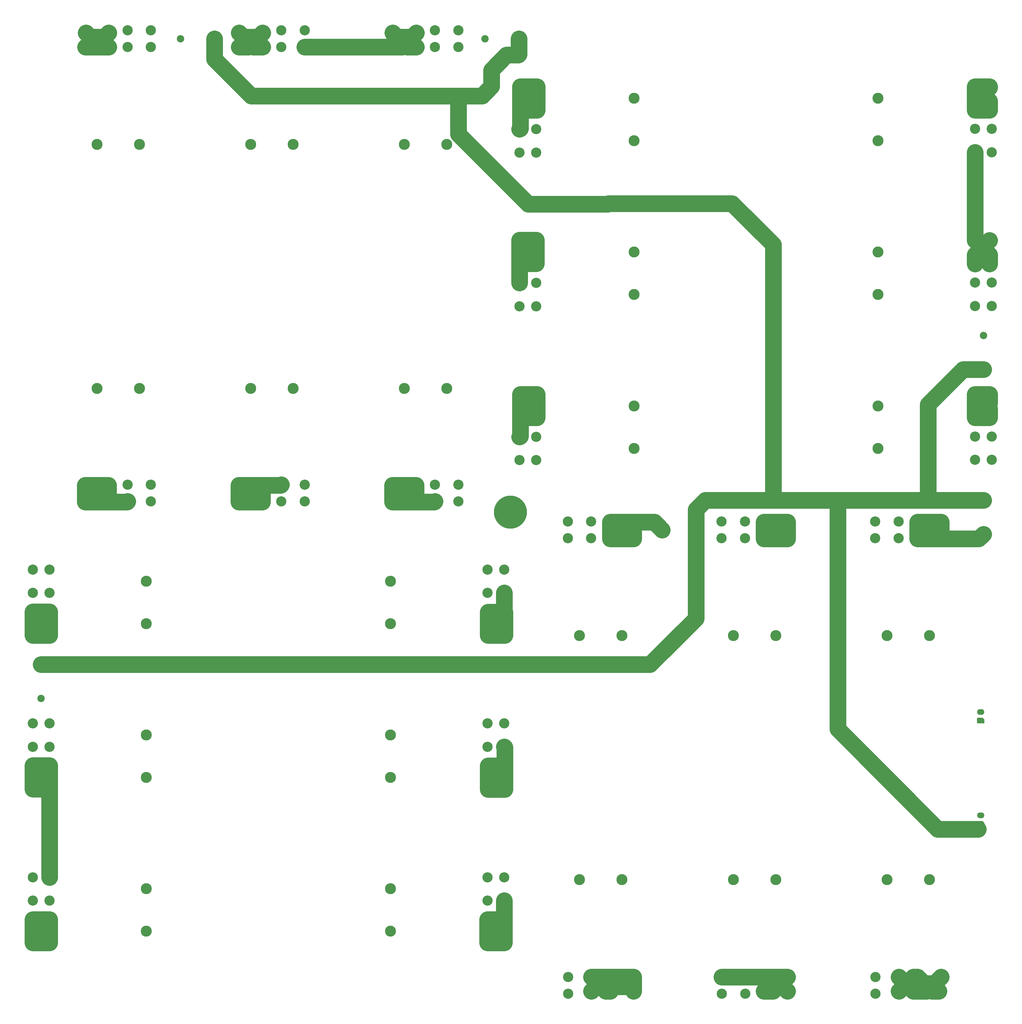
<source format=gbr>
G04 #@! TF.GenerationSoftware,KiCad,Pcbnew,5.1.4-e60b266~84~ubuntu18.04.1*
G04 #@! TF.CreationDate,2019-11-17T22:51:33-05:00*
G04 #@! TF.ProjectId,data_pod_battery_board,64617461-5f70-46f6-945f-626174746572,1*
G04 #@! TF.SameCoordinates,Original*
G04 #@! TF.FileFunction,Copper,L2,Bot*
G04 #@! TF.FilePolarity,Positive*
%FSLAX46Y46*%
G04 Gerber Fmt 4.6, Leading zero omitted, Abs format (unit mm)*
G04 Created by KiCad (PCBNEW 5.1.4-e60b266~84~ubuntu18.04.1) date 2019-11-17 22:51:33*
%MOMM*%
%LPD*%
G04 APERTURE LIST*
%ADD10C,3.048000*%
%ADD11R,6.000000X3.048000*%
%ADD12R,3.048000X6.000000*%
%ADD13O,2.200000X2.200000*%
%ADD14R,2.200000X2.200000*%
%ADD15C,1.417157*%
%ADD16C,0.100000*%
%ADD17O,2.200000X1.700000*%
%ADD18C,3.302000*%
%ADD19C,9.906000*%
%ADD20C,5.000000*%
%ADD21C,2.000000*%
G04 APERTURE END LIST*
D10*
X324880652Y-207697848D03*
X317880652Y-207697848D03*
X317880652Y-202697848D03*
X324880652Y-202697848D03*
D11*
X396258152Y-168137848D03*
D10*
X393758152Y-164637848D03*
X393758152Y-171637848D03*
X398758152Y-171637848D03*
X398758152Y-164637848D03*
X317960652Y-338877848D03*
X324960652Y-338877848D03*
X324960652Y-343877848D03*
X317960652Y-343877848D03*
X262648152Y-164637848D03*
X262648152Y-171637848D03*
X257648152Y-171637848D03*
X257648152Y-164637848D03*
D11*
X260148152Y-168137848D03*
D12*
X334080652Y-341377848D03*
D10*
X337580652Y-338877848D03*
X330580652Y-338877848D03*
X330580652Y-343877848D03*
X337580652Y-343877848D03*
X262468152Y-177337848D03*
X262468152Y-184337848D03*
X257468152Y-184337848D03*
X257468152Y-177337848D03*
D12*
X334080652Y-205377848D03*
D10*
X337580652Y-202877848D03*
X330580652Y-202877848D03*
X330580652Y-207877848D03*
X337580652Y-207877848D03*
X393758152Y-184257848D03*
X393758152Y-177257848D03*
X398758152Y-177257848D03*
X398758152Y-184257848D03*
X370885652Y-207697848D03*
X363885652Y-207697848D03*
X363885652Y-202697848D03*
X370885652Y-202697848D03*
X278875652Y-207697848D03*
X271875652Y-207697848D03*
X271875652Y-202697848D03*
X278875652Y-202697848D03*
X363965652Y-338877848D03*
X370965652Y-338877848D03*
X370965652Y-343877848D03*
X363965652Y-343877848D03*
X271955652Y-338877848D03*
X278955652Y-338877848D03*
X278955652Y-343877848D03*
X271955652Y-343877848D03*
D12*
X380085652Y-341377848D03*
D10*
X383585652Y-338877848D03*
X376585652Y-338877848D03*
X376585652Y-343877848D03*
X383585652Y-343877848D03*
D12*
X288075652Y-341377848D03*
D10*
X291575652Y-338877848D03*
X284575652Y-338877848D03*
X284575652Y-343877848D03*
X291575652Y-343877848D03*
D12*
X380085652Y-205377848D03*
D10*
X383585652Y-202877848D03*
X376585652Y-202877848D03*
X376585652Y-207877848D03*
X383585652Y-207877848D03*
D12*
X288075652Y-205377848D03*
D10*
X291575652Y-202877848D03*
X284575652Y-202877848D03*
X284575652Y-207877848D03*
X291575652Y-207877848D03*
D13*
X396258152Y-206451848D03*
D14*
X396258152Y-196291848D03*
D13*
X300098152Y-205187848D03*
D14*
X310258152Y-205187848D03*
D11*
X396258152Y-76127848D03*
D10*
X393758152Y-72627848D03*
X393758152Y-79627848D03*
X398758152Y-79627848D03*
X398758152Y-72627848D03*
D12*
X177030652Y-58287848D03*
D10*
X173530652Y-60787848D03*
X180530652Y-60787848D03*
X180530652Y-55787848D03*
X173530652Y-55787848D03*
D11*
X114268152Y-233177848D03*
D10*
X116768152Y-236677848D03*
X116768152Y-229677848D03*
X111768152Y-229677848D03*
X111768152Y-236677848D03*
D11*
X114268152Y-325187848D03*
D10*
X116768152Y-328687848D03*
X116768152Y-321687848D03*
X111768152Y-321687848D03*
X111768152Y-328687848D03*
D11*
X260148152Y-76127848D03*
D10*
X257648152Y-72627848D03*
X257648152Y-79627848D03*
X262648152Y-79627848D03*
X262648152Y-72627848D03*
D12*
X176950652Y-194377848D03*
D10*
X180450652Y-191877848D03*
X173450652Y-191877848D03*
X173450652Y-196877848D03*
X180450652Y-196877848D03*
D11*
X250538152Y-233257848D03*
D10*
X248038152Y-229757848D03*
X248038152Y-236757848D03*
X253038152Y-236757848D03*
X253038152Y-229757848D03*
D11*
X250358152Y-325187848D03*
D10*
X252858152Y-328687848D03*
X252858152Y-321687848D03*
X247858152Y-321687848D03*
X247858152Y-328687848D03*
X262468152Y-85327848D03*
X262468152Y-92327848D03*
X257468152Y-92327848D03*
X257468152Y-85327848D03*
X193150652Y-196697848D03*
X186150652Y-196697848D03*
X186150652Y-191697848D03*
X193150652Y-191697848D03*
X252858152Y-217057848D03*
X252858152Y-224057848D03*
X247858152Y-224057848D03*
X247858152Y-217057848D03*
X252858152Y-309067848D03*
X252858152Y-316067848D03*
X247858152Y-316067848D03*
X247858152Y-309067848D03*
X393758152Y-92247848D03*
X393758152Y-85247848D03*
X398758152Y-85247848D03*
X398758152Y-92247848D03*
X193150652Y-55787848D03*
X186150652Y-55787848D03*
X186150652Y-60787848D03*
X193150652Y-60787848D03*
X111768152Y-217057848D03*
X111768152Y-224057848D03*
X116768152Y-224057848D03*
X116768152Y-217057848D03*
X116768152Y-309067848D03*
X116768152Y-316067848D03*
X111768152Y-316067848D03*
X111768152Y-309067848D03*
D11*
X396258152Y-122132848D03*
D10*
X393758152Y-118632848D03*
X393758152Y-125632848D03*
X398758152Y-125632848D03*
X398758152Y-118632848D03*
D12*
X223035652Y-58287848D03*
D10*
X219535652Y-60787848D03*
X226535652Y-60787848D03*
X226535652Y-55787848D03*
X219535652Y-55787848D03*
D12*
X131025652Y-58287848D03*
D10*
X127525652Y-60787848D03*
X134525652Y-60787848D03*
X134525652Y-55787848D03*
X127525652Y-55787848D03*
D11*
X114268152Y-279182848D03*
D10*
X116768152Y-282682848D03*
X116768152Y-275682848D03*
X111768152Y-275682848D03*
X111768152Y-282682848D03*
D11*
X259968152Y-122052848D03*
D10*
X262468152Y-125552848D03*
X262468152Y-118552848D03*
X257468152Y-118552848D03*
X257468152Y-125552848D03*
D12*
X222955652Y-194377848D03*
D10*
X226455652Y-191877848D03*
X219455652Y-191877848D03*
X219455652Y-196877848D03*
X226455652Y-196877848D03*
D12*
X130945652Y-194377848D03*
D10*
X134445652Y-191877848D03*
X127445652Y-191877848D03*
X127445652Y-196877848D03*
X134445652Y-196877848D03*
D11*
X250538152Y-279262848D03*
D10*
X248038152Y-275762848D03*
X248038152Y-282762848D03*
X253038152Y-282762848D03*
X253038152Y-275762848D03*
X262468152Y-131332848D03*
X262468152Y-138332848D03*
X257468152Y-138332848D03*
X257468152Y-131332848D03*
X239155652Y-196697848D03*
X232155652Y-196697848D03*
X232155652Y-191697848D03*
X239155652Y-191697848D03*
X147145652Y-196697848D03*
X140145652Y-196697848D03*
X140145652Y-191697848D03*
X147145652Y-191697848D03*
X252858152Y-263062848D03*
X252858152Y-270062848D03*
X247858152Y-270062848D03*
X247858152Y-263062848D03*
X393758152Y-138252848D03*
X393758152Y-131252848D03*
X398758152Y-131252848D03*
X398758152Y-138252848D03*
X239155652Y-60787848D03*
X232155652Y-60787848D03*
X232155652Y-55787848D03*
X239155652Y-55787848D03*
X147145652Y-60787848D03*
X140145652Y-60787848D03*
X140145652Y-55787848D03*
X147145652Y-55787848D03*
X116768152Y-263062848D03*
X116768152Y-270062848D03*
X111768152Y-270062848D03*
X111768152Y-263062848D03*
D13*
X396258152Y-147015848D03*
D14*
X396258152Y-157175848D03*
D13*
X247098152Y-58287848D03*
D14*
X257258152Y-58287848D03*
D13*
X155998152Y-58287848D03*
D14*
X166158152Y-58287848D03*
D13*
X114268152Y-255607848D03*
D14*
X114268152Y-245447848D03*
D15*
X395458152Y-293087848D03*
D16*
G36*
X394559379Y-293933044D02*
G01*
X394512481Y-293918818D01*
X394469259Y-293895715D01*
X394431375Y-293864625D01*
X394400285Y-293826741D01*
X394377182Y-293783519D01*
X394362956Y-293736621D01*
X394358152Y-293687848D01*
X394358152Y-292487848D01*
X394362956Y-292439075D01*
X394377182Y-292392177D01*
X394400285Y-292348955D01*
X394431375Y-292311071D01*
X394469259Y-292279981D01*
X394512481Y-292256878D01*
X394559379Y-292242652D01*
X394608152Y-292237848D01*
X395908152Y-292237848D01*
X395956925Y-292242652D01*
X396003823Y-292256878D01*
X396047045Y-292279981D01*
X396084929Y-292311071D01*
X396484929Y-292711071D01*
X396516019Y-292748955D01*
X396539122Y-292792177D01*
X396553348Y-292839075D01*
X396558152Y-292887848D01*
X396558152Y-293687848D01*
X396553348Y-293736621D01*
X396539122Y-293783519D01*
X396516019Y-293826741D01*
X396484929Y-293864625D01*
X396447045Y-293895715D01*
X396403823Y-293918818D01*
X396356925Y-293933044D01*
X396308152Y-293937848D01*
X394608152Y-293937848D01*
X394559379Y-293933044D01*
X394559379Y-293933044D01*
G37*
D17*
X395458152Y-290587848D03*
X395458152Y-259687848D03*
D15*
X395458152Y-262187848D03*
D16*
G36*
X394559379Y-263033044D02*
G01*
X394512481Y-263018818D01*
X394469259Y-262995715D01*
X394431375Y-262964625D01*
X394400285Y-262926741D01*
X394377182Y-262883519D01*
X394362956Y-262836621D01*
X394358152Y-262787848D01*
X394358152Y-261587848D01*
X394362956Y-261539075D01*
X394377182Y-261492177D01*
X394400285Y-261448955D01*
X394431375Y-261411071D01*
X394469259Y-261379981D01*
X394512481Y-261356878D01*
X394559379Y-261342652D01*
X394608152Y-261337848D01*
X395908152Y-261337848D01*
X395956925Y-261342652D01*
X396003823Y-261356878D01*
X396047045Y-261379981D01*
X396084929Y-261411071D01*
X396484929Y-261811071D01*
X396516019Y-261848955D01*
X396539122Y-261892177D01*
X396553348Y-261939075D01*
X396558152Y-261987848D01*
X396558152Y-262787848D01*
X396553348Y-262836621D01*
X396539122Y-262883519D01*
X396516019Y-262926741D01*
X396484929Y-262964625D01*
X396447045Y-262995715D01*
X396403823Y-263018818D01*
X396356925Y-263033044D01*
X396308152Y-263037848D01*
X394608152Y-263037848D01*
X394559379Y-263033044D01*
X394559379Y-263033044D01*
G37*
D18*
X145770652Y-325227848D03*
X364720652Y-76087848D03*
X130985652Y-89872848D03*
X380125652Y-309822848D03*
X218795652Y-325227848D03*
X218795652Y-279222848D03*
X145770652Y-233217848D03*
X218795652Y-233217848D03*
X145770652Y-312527848D03*
X145770652Y-266522848D03*
X145770652Y-220517848D03*
X218795652Y-312527848D03*
X218795652Y-266522848D03*
X218795652Y-220517848D03*
X176990652Y-89872848D03*
X222995652Y-89872848D03*
X130995652Y-162847848D03*
X176990652Y-162897848D03*
X222995652Y-162897848D03*
X143685652Y-89872848D03*
X189690652Y-89872848D03*
X235695652Y-89872848D03*
X143685652Y-162897848D03*
X189690652Y-162897848D03*
X235695652Y-162897848D03*
X291695652Y-76087848D03*
X364720652Y-122092848D03*
X291695652Y-122092848D03*
X364720652Y-168097848D03*
X291695652Y-168097848D03*
X364720652Y-88787848D03*
X364720652Y-134792848D03*
X364720652Y-180797848D03*
X291695652Y-88787848D03*
X291695652Y-134792848D03*
X291695652Y-180797848D03*
X334120652Y-309822848D03*
X288115652Y-309822848D03*
X380125652Y-236797848D03*
X334120652Y-236797848D03*
X288115652Y-236797848D03*
X367425652Y-309822848D03*
X321420652Y-309822848D03*
X275415652Y-309822848D03*
X367425652Y-236797848D03*
X321420652Y-236797848D03*
X275415652Y-236797848D03*
D19*
X254745652Y-199847848D03*
D18*
X145770652Y-279222848D03*
D20*
X310258152Y-199087848D02*
X310258152Y-205187848D01*
X313054152Y-196291848D02*
X310258152Y-199087848D01*
X166158152Y-64387848D02*
X177158152Y-75387848D01*
X166158152Y-58287848D02*
X166158152Y-64387848D01*
X177158152Y-75387848D02*
X239158152Y-75387848D01*
X239158152Y-86895866D02*
X260050134Y-107787848D01*
X239158152Y-75387848D02*
X239158152Y-86895866D01*
X283830134Y-107787848D02*
X284030134Y-107587848D01*
X260050134Y-107787848D02*
X283830134Y-107787848D01*
X284030134Y-107587848D02*
X321058152Y-107587848D01*
X333354152Y-119883848D02*
X333354152Y-196291848D01*
X321058152Y-107587848D02*
X333354152Y-119883848D01*
X333354152Y-196291848D02*
X313054152Y-196291848D01*
X379662152Y-167671848D02*
X379662152Y-196291848D01*
X390158152Y-157175848D02*
X379662152Y-167671848D01*
X396258152Y-157175848D02*
X390158152Y-157175848D01*
X396258152Y-196291848D02*
X379662152Y-196291848D01*
X352654152Y-196291848D02*
X352654152Y-249683848D01*
X352654152Y-196291848D02*
X333354152Y-196291848D01*
X379662152Y-196291848D02*
X352654152Y-196291848D01*
X352654152Y-249683848D02*
X352654152Y-264783848D01*
X352654152Y-264783848D02*
X382558152Y-294687848D01*
X382558152Y-294687848D02*
X392058152Y-294687848D01*
X310258152Y-231687848D02*
X310258152Y-211287848D01*
X114268152Y-245447848D02*
X296498152Y-245447848D01*
X310258152Y-211287848D02*
X310258152Y-205187848D01*
X296498152Y-245447848D02*
X310258152Y-231687848D01*
X246258152Y-75387848D02*
X249058152Y-72587848D01*
X239158152Y-75387848D02*
X246258152Y-75387848D01*
X249058152Y-72587848D02*
X249058152Y-67687848D01*
X249058152Y-67687848D02*
X253558152Y-63187848D01*
X253558152Y-63187848D02*
X257058152Y-63187848D01*
X257258152Y-62987848D02*
X257058152Y-63187848D01*
X257258152Y-58287848D02*
X257258152Y-62987848D01*
X392058152Y-294687848D02*
X394690150Y-294687848D01*
X394690150Y-294687848D02*
X391758152Y-294687848D01*
X248038152Y-275762848D02*
X253038152Y-275762848D01*
X253038152Y-275762848D02*
X253038152Y-282762848D01*
X253038152Y-282762848D02*
X248038152Y-282762848D01*
X248038152Y-275762848D02*
X248038152Y-282762848D01*
X253038152Y-270242848D02*
X252858152Y-270062848D01*
X253038152Y-275762848D02*
X253038152Y-270242848D01*
X134445652Y-191877848D02*
X134445652Y-196877848D01*
X134445652Y-196877848D02*
X127445652Y-196877848D01*
X127445652Y-191877848D02*
X127445652Y-196877848D01*
X127445652Y-191877848D02*
X134445652Y-191877848D01*
X139965652Y-196877848D02*
X140145652Y-196697848D01*
X134445652Y-196877848D02*
X139965652Y-196877848D01*
X231975652Y-196877848D02*
X232155652Y-196697848D01*
X219455652Y-196877848D02*
X231975652Y-196877848D01*
X226455652Y-196877848D02*
X226455652Y-191877848D01*
X226455652Y-191877848D02*
X219455652Y-191877848D01*
X219455652Y-196877848D02*
X219455652Y-191877848D01*
X257468152Y-131332848D02*
X257468152Y-125552848D01*
X257468152Y-125552848D02*
X257468152Y-118552848D01*
X257468152Y-118552848D02*
X262468152Y-118552848D01*
X262468152Y-118552848D02*
X262468152Y-125552848D01*
X262468152Y-125552848D02*
X257468152Y-125552848D01*
X111768152Y-275682848D02*
X111768152Y-282682848D01*
X111768152Y-282682848D02*
X116768152Y-282682848D01*
X116768152Y-282682848D02*
X116768152Y-275682848D01*
X116768152Y-275682848D02*
X111768152Y-275682848D01*
X116768152Y-282682848D02*
X116768152Y-309067848D01*
X132020555Y-60787848D02*
X127755565Y-56522858D01*
X134525652Y-60787848D02*
X132020555Y-60787848D01*
X130260662Y-60787848D02*
X134525652Y-56522858D01*
X127525652Y-60787848D02*
X130260662Y-60787848D01*
X134525652Y-60787848D02*
X127525652Y-60787848D01*
X222270662Y-60787848D02*
X226535652Y-56522858D01*
X219535652Y-60787848D02*
X222270662Y-60787848D01*
X223800642Y-60787848D02*
X219535652Y-56522858D01*
X226535652Y-60787848D02*
X223800642Y-60787848D01*
X193150652Y-60787848D02*
X219535652Y-60787848D01*
X398070642Y-122945338D02*
X398070642Y-125632848D01*
X393758152Y-118632848D02*
X398070642Y-122945338D01*
X393758152Y-122945338D02*
X398070642Y-118632848D01*
X393758152Y-125632848D02*
X393758152Y-122945338D01*
X393758152Y-92247848D02*
X393758152Y-118632848D01*
X247858152Y-328687848D02*
X252858152Y-328687848D01*
X252858152Y-328687848D02*
X252858152Y-321687848D01*
X252858152Y-321687848D02*
X252858152Y-316067848D01*
X252858152Y-321687848D02*
X247858152Y-321687848D01*
X247858152Y-321687848D02*
X247858152Y-328687848D01*
X248038152Y-229757848D02*
X253038152Y-229757848D01*
X253038152Y-229757848D02*
X253038152Y-236757848D01*
X253038152Y-236757848D02*
X248038152Y-236757848D01*
X248038152Y-236757848D02*
X248038152Y-229757848D01*
X252858152Y-229577848D02*
X253038152Y-229757848D01*
X252858152Y-224057848D02*
X252858152Y-229577848D01*
X173450652Y-191877848D02*
X180450652Y-191877848D01*
X173450652Y-191877848D02*
X173450652Y-196877848D01*
X173450652Y-196877848D02*
X180450652Y-196877848D01*
X180450652Y-196877848D02*
X180450652Y-191877848D01*
X185970652Y-191877848D02*
X186150652Y-191697848D01*
X180450652Y-191877848D02*
X185970652Y-191877848D01*
X257648152Y-85147848D02*
X257468152Y-85327848D01*
X257648152Y-79627848D02*
X257648152Y-85147848D01*
X257648152Y-79627848D02*
X262648152Y-79627848D01*
X262648152Y-79627848D02*
X262648152Y-72627848D01*
X262648152Y-72627848D02*
X257648152Y-72627848D01*
X257648152Y-72627848D02*
X257648152Y-79627848D01*
X176265662Y-60787848D02*
X180530652Y-56522858D01*
X173530652Y-60787848D02*
X176265662Y-60787848D01*
X177795642Y-60787848D02*
X173530652Y-56522858D01*
X180530652Y-60787848D02*
X177795642Y-60787848D01*
X111768152Y-236677848D02*
X116768152Y-236677848D01*
X111768152Y-229677848D02*
X116768152Y-229677848D01*
X111768152Y-229677848D02*
X111768152Y-236677848D01*
X116768152Y-229677848D02*
X116768152Y-236677848D01*
X111768152Y-321687848D02*
X111768152Y-328687848D01*
X116768152Y-321687848D02*
X116768152Y-328687848D01*
X116768152Y-328687848D02*
X111768152Y-328687848D01*
X111768152Y-321687848D02*
X116768152Y-321687848D01*
X395913413Y-164637848D02*
X398070642Y-164637848D01*
X393758152Y-164637848D02*
X395913413Y-164637848D01*
X395913413Y-171637848D02*
X398070642Y-171637848D01*
X393758152Y-171637848D02*
X395913413Y-171637848D01*
X393758152Y-164637848D02*
X393758152Y-171637848D01*
X393758152Y-171637848D02*
X398070642Y-167325358D01*
X398070642Y-167325358D02*
X398070642Y-164637848D01*
X393758152Y-164637848D02*
X398070642Y-168950338D01*
X398070642Y-168950338D02*
X398070642Y-171637848D01*
X398070642Y-76940338D02*
X398070642Y-79627848D01*
X393758152Y-72627848D02*
X398070642Y-76940338D01*
X393758152Y-77170129D02*
X398070642Y-72857639D01*
X393758152Y-79627848D02*
X393758152Y-77170129D01*
X393758152Y-72627848D02*
X393758152Y-79627848D01*
X398063996Y-72627848D02*
X398069008Y-72632860D01*
X393758152Y-72627848D02*
X398063996Y-72627848D01*
X393758152Y-79627848D02*
X398070642Y-79627848D01*
X284575652Y-202877848D02*
X291575652Y-202877848D01*
X291575652Y-202877848D02*
X291575652Y-207877848D01*
X284575652Y-202877848D02*
X284575652Y-207877848D01*
X284575652Y-207877848D02*
X291575652Y-207877848D01*
X297788152Y-202877848D02*
X300098152Y-205187848D01*
X291575652Y-202877848D02*
X297788152Y-202877848D01*
X376585652Y-202877848D02*
X376585652Y-207877848D01*
X376585652Y-207877848D02*
X383585652Y-207877848D01*
X383585652Y-202877848D02*
X383585652Y-207877848D01*
X383585652Y-202877848D02*
X376585652Y-202877848D01*
X394832152Y-207877848D02*
X396258152Y-206451848D01*
X383585652Y-207877848D02*
X394832152Y-207877848D01*
X278955652Y-338877848D02*
X291575652Y-338877848D01*
X291575652Y-338877848D02*
X291575652Y-343172838D01*
X284575652Y-338877848D02*
X284575652Y-343172838D01*
X283250642Y-338877848D02*
X278955652Y-343172838D01*
X284575652Y-338877848D02*
X283250642Y-338877848D01*
X283250642Y-343172838D02*
X284575652Y-343172838D01*
X278955652Y-338877848D02*
X283250642Y-343172838D01*
X380837427Y-343129623D02*
X382931732Y-343129623D01*
X376585652Y-338877848D02*
X380837427Y-343129623D01*
X375260642Y-338877848D02*
X370965652Y-343172838D01*
X376585652Y-338877848D02*
X375260642Y-338877848D01*
X379290662Y-343172838D02*
X383585652Y-338877848D01*
X370965652Y-338877848D02*
X375260642Y-343172838D01*
X375260642Y-343172838D02*
X379290662Y-343172838D01*
X330580652Y-202877848D02*
X337580652Y-202877848D01*
X337580652Y-202877848D02*
X337580652Y-207877848D01*
X337580652Y-207877848D02*
X330580652Y-207877848D01*
X330580652Y-202877848D02*
X330580652Y-207877848D01*
D21*
X262648152Y-177157848D02*
X262468152Y-177337848D01*
D20*
X262648152Y-171637848D02*
X257648152Y-171637848D01*
X257648152Y-171637848D02*
X257648152Y-164637848D01*
X257648152Y-164637848D02*
X262648152Y-164637848D01*
X262648152Y-164637848D02*
X262648152Y-171637848D01*
X257648152Y-177157848D02*
X257468152Y-177337848D01*
X257648152Y-171637848D02*
X257648152Y-177157848D01*
X333285662Y-338877848D02*
X337580652Y-343172838D01*
X330580652Y-338877848D02*
X333285662Y-338877848D01*
X333285662Y-343172838D02*
X330580652Y-343172838D01*
X337580652Y-338877848D02*
X333285662Y-343172838D01*
X330580652Y-338877848D02*
X337580652Y-338877848D01*
X330580652Y-338877848D02*
X317960652Y-338877848D01*
M02*

</source>
